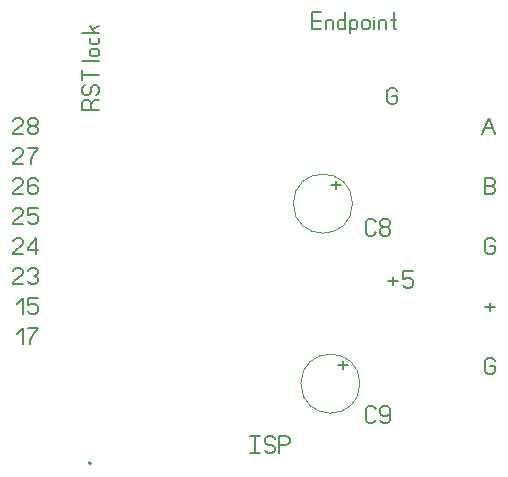
<source format=gto>
%FSLAX34Y34*%
%MOMM*%
%LNSILK_TOP*%
G71*
G01*
%ADD10C, 0.18*%
%ADD11C, 0.10*%
%LPD*%
G54D10*
X309002Y38884D02*
X317535Y38884D01*
G54D10*
X313268Y35328D02*
X313268Y42440D01*
G54D11*
G75*
G01X327318Y22984D02*
G03X327318Y22984I-25000J0D01*
G01*
G54D10*
X315352Y-113516D02*
X323885Y-113516D01*
G54D10*
X319618Y-117072D02*
X319618Y-109960D01*
G54D11*
G75*
G01X333668Y-129416D02*
G03X333668Y-129416I-25000J0D01*
G01*
G54D10*
X300620Y170664D02*
X293153Y170664D01*
X293153Y184886D01*
X300620Y184886D01*
G54D10*
X293153Y177775D02*
X300620Y177775D01*
G54D10*
X304531Y170664D02*
X304531Y178664D01*
G54D10*
X304531Y176886D02*
X305598Y178130D01*
X307731Y178664D01*
X309864Y178130D01*
X310931Y176886D01*
X310931Y170664D01*
G54D10*
X321242Y170664D02*
X321242Y184886D01*
G54D10*
X321242Y176352D02*
X320175Y178130D01*
X318042Y178664D01*
X315909Y178130D01*
X314842Y176352D01*
X314842Y172797D01*
X315909Y171019D01*
X318042Y170664D01*
X320175Y171019D01*
X321242Y172797D01*
G54D10*
X325153Y178664D02*
X325153Y167108D01*
G54D10*
X325153Y173330D02*
X326220Y171019D01*
X328353Y170664D01*
X330486Y171019D01*
X331553Y172797D01*
X331553Y176352D01*
X330486Y178130D01*
X328353Y178664D01*
X326220Y178130D01*
X325153Y175997D01*
G54D10*
X341864Y172797D02*
X341864Y176352D01*
X340797Y178130D01*
X338664Y178664D01*
X336531Y178130D01*
X335464Y176352D01*
X335464Y172797D01*
X336531Y171019D01*
X338664Y170664D01*
X340797Y171019D01*
X341864Y172797D01*
G54D10*
X345775Y170664D02*
X345775Y178664D01*
G54D10*
X345775Y181330D02*
X345775Y181330D01*
G54D10*
X349686Y170664D02*
X349686Y178664D01*
G54D10*
X349686Y176886D02*
X350753Y178130D01*
X352886Y178664D01*
X355019Y178130D01*
X356086Y176886D01*
X356086Y170664D01*
G54D10*
X362130Y184886D02*
X362130Y171552D01*
X363197Y170664D01*
X364264Y171019D01*
G54D10*
X359997Y178664D02*
X364264Y178664D01*
G54D10*
X240632Y-188220D02*
X249165Y-188220D01*
G54D10*
X244899Y-188220D02*
X244899Y-173997D01*
G54D10*
X240632Y-173997D02*
X249165Y-173997D01*
G54D10*
X253076Y-185553D02*
X254143Y-187331D01*
X256276Y-188220D01*
X258409Y-188220D01*
X260543Y-187331D01*
X261609Y-185553D01*
X261609Y-183775D01*
X260543Y-181997D01*
X258409Y-181108D01*
X256276Y-181108D01*
X254143Y-180220D01*
X253076Y-178442D01*
X253076Y-176664D01*
X254143Y-174886D01*
X256276Y-173997D01*
X258409Y-173997D01*
X260543Y-174886D01*
X261609Y-176664D01*
G54D10*
X265520Y-188220D02*
X265520Y-173997D01*
X270853Y-173997D01*
X272987Y-174886D01*
X274053Y-176664D01*
X274053Y-178442D01*
X272987Y-180220D01*
X270853Y-181108D01*
X265520Y-181108D01*
G54D11*
G75*
G01X106325Y-196850D02*
G03X106325Y-196850I-1500J0D01*
G01*
G36*
G75*
G01X106325Y-196850D02*
G03X106325Y-196850I-1500J0D01*
G01*
G37*
X106325Y-196850D01*
G54D10*
X437416Y81656D02*
X442750Y95878D01*
X448083Y81656D01*
G54D10*
X439550Y86989D02*
X445950Y86989D01*
G54D10*
X439484Y30855D02*
X439484Y45078D01*
X444817Y45078D01*
X446950Y44189D01*
X448017Y42411D01*
X448017Y40633D01*
X446950Y38855D01*
X444817Y37967D01*
X446950Y37078D01*
X448017Y35300D01*
X448017Y33522D01*
X446950Y31744D01*
X444817Y30855D01*
X439484Y30855D01*
G54D10*
X439484Y37967D02*
X444817Y37967D01*
G54D10*
X443750Y-12833D02*
X448017Y-12833D01*
X448017Y-17278D01*
X446950Y-19056D01*
X444817Y-19945D01*
X442684Y-19945D01*
X440550Y-19056D01*
X439484Y-17278D01*
X439484Y-8389D01*
X440550Y-6611D01*
X442684Y-5722D01*
X444817Y-5722D01*
X446950Y-6611D01*
X448017Y-8389D01*
G54D10*
X439484Y-64467D02*
X448017Y-64467D01*
G54D10*
X443750Y-60911D02*
X443750Y-68022D01*
G54D10*
X443750Y-114433D02*
X448017Y-114433D01*
X448017Y-118878D01*
X446950Y-120656D01*
X444817Y-121544D01*
X442684Y-121544D01*
X440550Y-120656D01*
X439484Y-118878D01*
X439484Y-109989D01*
X440550Y-108211D01*
X442684Y-107322D01*
X444817Y-107322D01*
X446950Y-108211D01*
X448017Y-109989D01*
G54D10*
X43257Y-87259D02*
X48590Y-81926D01*
X48590Y-96148D01*
G54D10*
X52501Y-81926D02*
X61034Y-81926D01*
X59968Y-83704D01*
X57834Y-86370D01*
X55701Y-89926D01*
X54634Y-92592D01*
X54634Y-96148D01*
G54D10*
X43148Y-61856D02*
X48482Y-56522D01*
X48482Y-70744D01*
G54D10*
X60926Y-56522D02*
X52392Y-56522D01*
X52392Y-62744D01*
X53459Y-62744D01*
X55592Y-61856D01*
X57726Y-61856D01*
X59859Y-62744D01*
X60926Y-64522D01*
X60926Y-68078D01*
X59859Y-69856D01*
X57726Y-70744D01*
X55592Y-70744D01*
X53459Y-69856D01*
X52392Y-68078D01*
G54D10*
X48611Y-45344D02*
X40078Y-45344D01*
X40078Y-44456D01*
X41145Y-42678D01*
X47545Y-37344D01*
X48611Y-35567D01*
X48611Y-33789D01*
X47545Y-32011D01*
X45411Y-31122D01*
X43278Y-31122D01*
X41145Y-32011D01*
X40078Y-33789D01*
G54D10*
X52522Y-33789D02*
X53589Y-32011D01*
X55722Y-31122D01*
X57855Y-31122D01*
X59989Y-32011D01*
X61055Y-33789D01*
X61055Y-35567D01*
X59989Y-37344D01*
X57855Y-38233D01*
X59989Y-39122D01*
X61055Y-40900D01*
X61055Y-42678D01*
X59989Y-44456D01*
X57855Y-45344D01*
X55722Y-45344D01*
X53589Y-44456D01*
X52522Y-42678D01*
G54D10*
X48727Y-19944D02*
X40194Y-19944D01*
X40194Y-19056D01*
X41260Y-17278D01*
X47660Y-11944D01*
X48727Y-10167D01*
X48727Y-8389D01*
X47660Y-6611D01*
X45527Y-5722D01*
X43394Y-5722D01*
X41260Y-6611D01*
X40194Y-8389D01*
G54D10*
X59038Y-19944D02*
X59038Y-5722D01*
X52638Y-14611D01*
X52638Y-16389D01*
X61171Y-16389D01*
G54D10*
X48611Y5456D02*
X40078Y5456D01*
X40078Y6344D01*
X41145Y8122D01*
X47545Y13456D01*
X48611Y15233D01*
X48611Y17011D01*
X47545Y18789D01*
X45411Y19678D01*
X43278Y19678D01*
X41145Y18789D01*
X40078Y17011D01*
G54D10*
X61055Y19678D02*
X52522Y19678D01*
X52522Y13456D01*
X53589Y13456D01*
X55722Y14344D01*
X57855Y14344D01*
X59989Y13456D01*
X61055Y11678D01*
X61055Y8122D01*
X59989Y6344D01*
X57855Y5456D01*
X55722Y5456D01*
X53589Y6344D01*
X52522Y8122D01*
G54D10*
X48611Y30856D02*
X40078Y30856D01*
X40078Y31744D01*
X41145Y33522D01*
X47545Y38856D01*
X48611Y40633D01*
X48611Y42411D01*
X47545Y44189D01*
X45411Y45078D01*
X43278Y45078D01*
X41145Y44189D01*
X40078Y42411D01*
G54D10*
X61055Y42411D02*
X59989Y44189D01*
X57855Y45078D01*
X55722Y45078D01*
X53589Y44189D01*
X52522Y42411D01*
X52522Y37967D01*
X52522Y37078D01*
X55722Y38856D01*
X57855Y38856D01*
X59989Y37967D01*
X61055Y36189D01*
X61055Y33522D01*
X59989Y31744D01*
X57855Y30856D01*
X55722Y30856D01*
X53589Y31744D01*
X52522Y33522D01*
X52522Y37967D01*
G54D10*
X48720Y56256D02*
X40186Y56256D01*
X40186Y57144D01*
X41253Y58922D01*
X47653Y64256D01*
X48720Y66033D01*
X48720Y67811D01*
X47653Y69589D01*
X45520Y70478D01*
X43386Y70478D01*
X41253Y69589D01*
X40186Y67811D01*
G54D10*
X52630Y70478D02*
X61164Y70478D01*
X60097Y68700D01*
X57964Y66033D01*
X55830Y62478D01*
X54764Y59811D01*
X54764Y56256D01*
G54D10*
X48611Y81656D02*
X40078Y81656D01*
X40078Y82544D01*
X41145Y84322D01*
X47545Y89656D01*
X48611Y91433D01*
X48611Y93211D01*
X47545Y94989D01*
X45411Y95878D01*
X43278Y95878D01*
X41145Y94989D01*
X40078Y93211D01*
G54D10*
X57855Y88767D02*
X55722Y88767D01*
X53589Y89656D01*
X52522Y91433D01*
X52522Y93211D01*
X53589Y94989D01*
X55722Y95878D01*
X57855Y95878D01*
X59989Y94989D01*
X61055Y93211D01*
X61055Y91433D01*
X59989Y89656D01*
X57855Y88767D01*
X59989Y87878D01*
X61055Y86100D01*
X61055Y84322D01*
X59989Y82544D01*
X57855Y81656D01*
X55722Y81656D01*
X53589Y82544D01*
X52522Y84322D01*
X52522Y86100D01*
X53589Y87878D01*
X55722Y88767D01*
G54D10*
X361200Y114167D02*
X365467Y114167D01*
X365467Y109722D01*
X364400Y107944D01*
X362267Y107056D01*
X360134Y107056D01*
X358000Y107944D01*
X356934Y109722D01*
X356934Y118611D01*
X358000Y120389D01*
X360134Y121278D01*
X362267Y121278D01*
X364400Y120389D01*
X365467Y118611D01*
G54D10*
X357462Y-42297D02*
X365996Y-42297D01*
G54D10*
X361729Y-38742D02*
X361729Y-45853D01*
G54D10*
X378440Y-34297D02*
X369906Y-34297D01*
X369906Y-40520D01*
X370973Y-40520D01*
X373106Y-39631D01*
X375240Y-39631D01*
X377373Y-40520D01*
X378440Y-42297D01*
X378440Y-45853D01*
X377373Y-47631D01*
X375240Y-48520D01*
X373106Y-48520D01*
X370973Y-47631D01*
X369906Y-45853D01*
G54D10*
X105736Y106709D02*
X107514Y109909D01*
X109292Y110976D01*
X112847Y110976D01*
G54D10*
X112847Y102442D02*
X98625Y102442D01*
X98625Y107776D01*
X99514Y109909D01*
X101292Y110976D01*
X103070Y110976D01*
X104847Y109909D01*
X105736Y107776D01*
X105736Y102442D01*
G54D10*
X110181Y114886D02*
X111959Y115953D01*
X112847Y118086D01*
X112847Y120220D01*
X111959Y122353D01*
X110181Y123420D01*
X108403Y123420D01*
X106625Y122353D01*
X105736Y120220D01*
X105736Y118086D01*
X104847Y115953D01*
X103070Y114886D01*
X101292Y114886D01*
X99514Y115953D01*
X98625Y118086D01*
X98625Y120220D01*
X99514Y122353D01*
X101292Y123420D01*
G54D10*
X112847Y131597D02*
X98625Y131597D01*
G54D10*
X98625Y127330D02*
X98625Y135864D01*
G54D10*
X112847Y143898D02*
X98625Y143898D01*
G54D10*
X110714Y154209D02*
X107159Y154209D01*
X105381Y153143D01*
X104847Y151009D01*
X105381Y148876D01*
X107159Y147809D01*
X110714Y147809D01*
X112492Y148876D01*
X112847Y151009D01*
X112492Y153143D01*
X110714Y154209D01*
G54D10*
X105381Y163454D02*
X104847Y161320D01*
X105381Y159187D01*
X107159Y158120D01*
X110714Y158120D01*
X112492Y159187D01*
X112847Y161320D01*
X112492Y163454D01*
G54D10*
X112847Y167364D02*
X98625Y167364D01*
G54D10*
X107514Y170564D02*
X112847Y173764D01*
G54D10*
X109292Y167364D02*
X104847Y173764D01*
G54D10*
X346946Y-1403D02*
X345879Y-3181D01*
X343746Y-4070D01*
X341612Y-4070D01*
X339479Y-3181D01*
X338412Y-1403D01*
X338412Y7486D01*
X339479Y9264D01*
X341612Y10153D01*
X343746Y10153D01*
X345879Y9264D01*
X346946Y7486D01*
G54D10*
X356190Y3042D02*
X354056Y3042D01*
X351923Y3930D01*
X350856Y5708D01*
X350856Y7486D01*
X351923Y9264D01*
X354056Y10153D01*
X356190Y10153D01*
X358323Y9264D01*
X359390Y7486D01*
X359390Y5708D01*
X358323Y3930D01*
X356190Y3042D01*
X358323Y2153D01*
X359390Y375D01*
X359390Y-1403D01*
X358323Y-3181D01*
X356190Y-4070D01*
X354056Y-4070D01*
X351923Y-3181D01*
X350856Y-1403D01*
X350856Y375D01*
X351923Y2153D01*
X354056Y3042D01*
G54D10*
X346946Y-160153D02*
X345879Y-161931D01*
X343746Y-162820D01*
X341612Y-162820D01*
X339479Y-161931D01*
X338412Y-160153D01*
X338412Y-151264D01*
X339479Y-149486D01*
X341612Y-148597D01*
X343746Y-148597D01*
X345879Y-149486D01*
X346946Y-151264D01*
G54D10*
X350856Y-160153D02*
X351923Y-161931D01*
X354056Y-162820D01*
X356190Y-162820D01*
X358323Y-161931D01*
X359390Y-160153D01*
X359390Y-155708D01*
X359390Y-154820D01*
X356190Y-156597D01*
X354056Y-156597D01*
X351923Y-155708D01*
X350856Y-153931D01*
X350856Y-151264D01*
X351923Y-149486D01*
X354056Y-148597D01*
X356190Y-148597D01*
X358323Y-149486D01*
X359390Y-151264D01*
X359390Y-155708D01*
M02*

</source>
